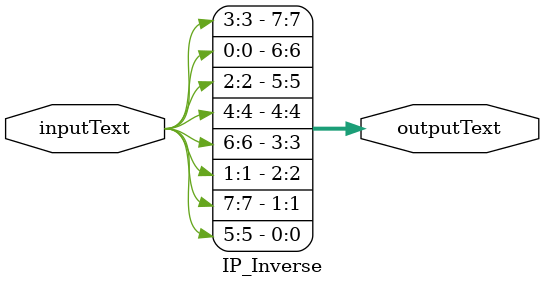
<source format=v>
/*
This function takes whatever byte you enter
(1, 2, 3, 4, 5, 6, 7, 8)

and scrambles it to

(4, 1, 3, 5, 7, 2, 8, 6)

This function will actually undo any scrambling done by the regular IP_Function

*/
module IP_Inverse(

	input [0:7] inputText,	
	output [0:7] outputText
	
);



assign outputText = { inputText[3], inputText[0], inputText[2], inputText[4],
							 inputText[6], inputText[1], inputText[7], inputText[5]};

endmodule
</source>
